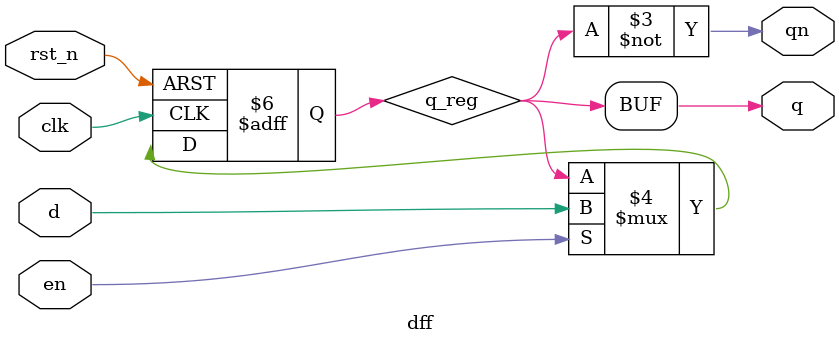
<source format=v>
module dff (
    input clk,
    input rst_n,
    input en,
    input  d,
    output q,
    output qn
);

    reg q_reg;

    always @(posedge clk, negedge rst_n) begin
        if (!rst_n) begin
            q_reg <= 1'b0;
        end else begin
            if (en) begin
                q_reg <= d; 
            end
        end
    end

    assign q = q_reg;
    assign qn = ~q_reg;
    
endmodule
</source>
